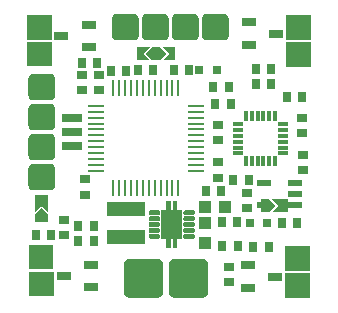
<source format=gts>
G04 DipTrace Beta 2.3.5.2*
%INLulfroMiniBrush-v2.GTS*%
%MOIN*%
%ADD22R,0.0354X0.0276*%
%ADD23R,0.0276X0.0354*%
%ADD26R,0.0394X0.0433*%
%ADD27R,0.0433X0.0394*%
%ADD28R,0.0315X0.0315*%
%ADD31R,0.0472X0.0217*%
%ADD37R,0.058X0.011*%
%ADD38R,0.011X0.058*%
%ADD48O,0.0158X0.0375*%
%ADD50O,0.0375X0.0158*%
%ADD52R,0.126X0.0512*%
%ADD56R,0.0453X0.0296*%
%FSLAX44Y44*%
G04*
G70*
G90*
G75*
G01*
%LNTopMask*%
%LPD*%
G36*
X3954Y8240D2*
X4158Y8445D1*
X3742D1*
Y8035D1*
X4158D1*
X3954Y8240D1*
G37*
G36*
X4807D2*
X4603Y8035D1*
X5019D1*
Y8445D1*
X4603D1*
X4807Y8240D1*
G37*
G36*
X4517Y8035D2*
X4244D1*
X4040Y8240D1*
X4244Y8445D1*
X4517D1*
X4721Y8240D1*
X4517Y8035D1*
G37*
G36*
X841Y3678D2*
X289D1*
X272D1*
X255Y3681D1*
X237Y3686D1*
X221Y3692D1*
X205Y3700D1*
X190Y3710D1*
X176Y3721D1*
X164Y3734D1*
X152Y3748D1*
X143Y3762D1*
X135Y3778D1*
X128Y3795D1*
X124Y3812D1*
X121Y3830D1*
X120Y3847D1*
Y4398D1*
X121Y4415D1*
X124Y4433D1*
X128Y4450D1*
X135Y4467D1*
X143Y4483D1*
X152Y4497D1*
X164Y4511D1*
X176Y4524D1*
X190Y4535D1*
X205Y4545D1*
X221Y4553D1*
X237Y4559D1*
X255Y4564D1*
X272Y4567D1*
X289Y4568D1*
X841D1*
X858Y4567D1*
X875Y4564D1*
X893Y4559D1*
X909Y4553D1*
X925Y4545D1*
X940Y4535D1*
X954Y4524D1*
X966Y4511D1*
X978Y4497D1*
X987Y4483D1*
X995Y4467D1*
X1002Y4450D1*
X1006Y4433D1*
X1009Y4415D1*
X1010Y4398D1*
Y3847D1*
X1009Y3830D1*
X1006Y3812D1*
X1002Y3795D1*
X995Y3778D1*
X987Y3762D1*
X978Y3748D1*
X966Y3734D1*
X954Y3721D1*
X940Y3710D1*
X925Y3700D1*
X909Y3692D1*
X893Y3686D1*
X875Y3681D1*
X858Y3678D1*
X841D1*
G37*
G36*
X1010Y5398D2*
Y4847D1*
X1009Y4830D1*
X1006Y4812D1*
X1002Y4795D1*
X995Y4778D1*
X987Y4762D1*
X978Y4748D1*
X966Y4734D1*
X954Y4721D1*
X940Y4710D1*
X925Y4700D1*
X909Y4692D1*
X893Y4686D1*
X875Y4681D1*
X858Y4678D1*
X841D1*
X289D1*
X272D1*
X255Y4681D1*
X237Y4686D1*
X221Y4692D1*
X205Y4700D1*
X190Y4710D1*
X176Y4721D1*
X164Y4734D1*
X152Y4748D1*
X143Y4762D1*
X135Y4778D1*
X128Y4795D1*
X124Y4812D1*
X121Y4830D1*
X120Y4847D1*
Y5398D1*
X121Y5415D1*
X124Y5433D1*
X128Y5450D1*
X135Y5467D1*
X143Y5483D1*
X152Y5497D1*
X164Y5511D1*
X176Y5524D1*
X190Y5535D1*
X205Y5545D1*
X221Y5553D1*
X237Y5559D1*
X255Y5564D1*
X272Y5567D1*
X289Y5568D1*
X841D1*
X858Y5567D1*
X875Y5564D1*
X893Y5559D1*
X909Y5553D1*
X925Y5545D1*
X940Y5535D1*
X954Y5524D1*
X966Y5511D1*
X978Y5497D1*
X987Y5483D1*
X995Y5467D1*
X1002Y5450D1*
X1006Y5433D1*
X1009Y5415D1*
X1010Y5398D1*
G37*
G36*
X289Y5678D2*
X841D1*
X858D1*
X875Y5681D1*
X893Y5686D1*
X909Y5692D1*
X925Y5700D1*
X940Y5710D1*
X954Y5721D1*
X966Y5734D1*
X978Y5748D1*
X987Y5762D1*
X995Y5778D1*
X1002Y5795D1*
X1006Y5812D1*
X1009Y5830D1*
X1010Y5847D1*
Y6398D1*
X1009Y6415D1*
X1006Y6433D1*
X1002Y6450D1*
X995Y6467D1*
X987Y6483D1*
X978Y6497D1*
X966Y6511D1*
X954Y6524D1*
X940Y6535D1*
X925Y6545D1*
X909Y6553D1*
X893Y6559D1*
X875Y6564D1*
X858Y6567D1*
X841Y6568D1*
X289D1*
X272Y6567D1*
X255Y6564D1*
X237Y6559D1*
X221Y6553D1*
X205Y6545D1*
X190Y6535D1*
X176Y6524D1*
X164Y6511D1*
X152Y6497D1*
X143Y6483D1*
X135Y6467D1*
X128Y6450D1*
X124Y6433D1*
X121Y6415D1*
X120Y6398D1*
Y5847D1*
X121Y5830D1*
X124Y5812D1*
X128Y5795D1*
X135Y5778D1*
X143Y5762D1*
X152Y5748D1*
X164Y5734D1*
X176Y5721D1*
X190Y5710D1*
X205Y5700D1*
X221Y5692D1*
X237Y5686D1*
X255Y5681D1*
X272Y5678D1*
X289D1*
G37*
G36*
X1010Y6847D2*
Y7398D1*
X1009Y7415D1*
X1006Y7433D1*
X1002Y7450D1*
X995Y7467D1*
X987Y7483D1*
X978Y7497D1*
X966Y7511D1*
X954Y7524D1*
X940Y7535D1*
X925Y7545D1*
X909Y7553D1*
X893Y7559D1*
X875Y7564D1*
X858Y7567D1*
X841Y7568D1*
X289D1*
X272Y7567D1*
X255Y7564D1*
X237Y7559D1*
X221Y7553D1*
X205Y7545D1*
X190Y7535D1*
X176Y7524D1*
X164Y7511D1*
X152Y7497D1*
X143Y7483D1*
X135Y7467D1*
X128Y7450D1*
X124Y7433D1*
X121Y7415D1*
X120Y7398D1*
Y6847D1*
X121Y6830D1*
X124Y6812D1*
X128Y6795D1*
X135Y6778D1*
X143Y6762D1*
X152Y6748D1*
X164Y6734D1*
X176Y6721D1*
X190Y6710D1*
X205Y6700D1*
X221Y6692D1*
X237Y6686D1*
X255Y6681D1*
X272Y6678D1*
X289D1*
X841D1*
X858D1*
X875Y6681D1*
X893Y6686D1*
X909Y6692D1*
X925Y6700D1*
X940Y6710D1*
X954Y6721D1*
X966Y6734D1*
X978Y6748D1*
X987Y6762D1*
X995Y6778D1*
X1002Y6795D1*
X1006Y6812D1*
X1009Y6830D1*
X1010Y6847D1*
G37*
G36*
X2905Y8844D2*
Y9396D1*
X2906Y9413D1*
X2909Y9430D1*
X2913Y9448D1*
X2920Y9464D1*
X2928Y9480D1*
X2937Y9495D1*
X2949Y9509D1*
X2961Y9521D1*
X2975Y9533D1*
X2990Y9542D1*
X3006Y9550D1*
X3022Y9557D1*
X3040Y9561D1*
X3057Y9564D1*
X3074Y9565D1*
X3626D1*
X3643Y9564D1*
X3660Y9561D1*
X3678Y9557D1*
X3694Y9550D1*
X3710Y9542D1*
X3725Y9533D1*
X3739Y9521D1*
X3751Y9509D1*
X3763Y9495D1*
X3772Y9480D1*
X3780Y9464D1*
X3787Y9448D1*
X3791Y9430D1*
X3794Y9413D1*
X3795Y9396D1*
Y8844D1*
X3794Y8827D1*
X3791Y8810D1*
X3787Y8792D1*
X3780Y8776D1*
X3772Y8760D1*
X3763Y8745D1*
X3751Y8731D1*
X3739Y8719D1*
X3725Y8707D1*
X3710Y8698D1*
X3694Y8690D1*
X3678Y8683D1*
X3660Y8679D1*
X3643Y8676D1*
X3626Y8675D1*
X3074D1*
X3057Y8676D1*
X3040Y8679D1*
X3022Y8683D1*
X3006Y8690D1*
X2990Y8698D1*
X2975Y8707D1*
X2961Y8719D1*
X2949Y8731D1*
X2937Y8745D1*
X2928Y8760D1*
X2920Y8776D1*
X2913Y8792D1*
X2909Y8810D1*
X2906Y8827D1*
X2905Y8844D1*
G37*
G36*
X4626Y8675D2*
X4074D1*
X4057Y8676D1*
X4040Y8679D1*
X4022Y8683D1*
X4006Y8690D1*
X3990Y8698D1*
X3975Y8707D1*
X3961Y8719D1*
X3949Y8731D1*
X3937Y8745D1*
X3928Y8760D1*
X3920Y8776D1*
X3913Y8792D1*
X3909Y8810D1*
X3906Y8827D1*
X3905Y8844D1*
Y9396D1*
X3906Y9413D1*
X3909Y9430D1*
X3913Y9448D1*
X3920Y9464D1*
X3928Y9480D1*
X3937Y9495D1*
X3949Y9509D1*
X3961Y9521D1*
X3975Y9533D1*
X3990Y9542D1*
X4006Y9550D1*
X4022Y9557D1*
X4040Y9561D1*
X4057Y9564D1*
X4074Y9565D1*
X4626D1*
X4643Y9564D1*
X4660Y9561D1*
X4678Y9557D1*
X4694Y9550D1*
X4710Y9542D1*
X4725Y9533D1*
X4739Y9521D1*
X4751Y9509D1*
X4763Y9495D1*
X4772Y9480D1*
X4780Y9464D1*
X4787Y9448D1*
X4791Y9430D1*
X4794Y9413D1*
X4795Y9396D1*
Y8844D1*
X4794Y8827D1*
X4791Y8810D1*
X4787Y8792D1*
X4780Y8776D1*
X4772Y8760D1*
X4763Y8745D1*
X4751Y8731D1*
X4739Y8719D1*
X4725Y8707D1*
X4710Y8698D1*
X4694Y8690D1*
X4678Y8683D1*
X4660Y8679D1*
X4643Y8676D1*
X4626Y8675D1*
G37*
G36*
X4905Y9396D2*
Y8844D1*
X4906Y8827D1*
X4909Y8810D1*
X4913Y8792D1*
X4920Y8776D1*
X4928Y8760D1*
X4937Y8745D1*
X4949Y8731D1*
X4961Y8719D1*
X4975Y8707D1*
X4990Y8698D1*
X5006Y8690D1*
X5022Y8683D1*
X5040Y8679D1*
X5057Y8676D1*
X5074Y8675D1*
X5626D1*
X5643Y8676D1*
X5660Y8679D1*
X5678Y8683D1*
X5694Y8690D1*
X5710Y8698D1*
X5725Y8707D1*
X5739Y8719D1*
X5751Y8731D1*
X5763Y8745D1*
X5772Y8760D1*
X5780Y8776D1*
X5787Y8792D1*
X5791Y8810D1*
X5794Y8827D1*
X5795Y8844D1*
Y9396D1*
X5794Y9413D1*
X5791Y9430D1*
X5787Y9448D1*
X5780Y9464D1*
X5772Y9480D1*
X5763Y9495D1*
X5751Y9509D1*
X5739Y9521D1*
X5725Y9533D1*
X5710Y9542D1*
X5694Y9550D1*
X5678Y9557D1*
X5660Y9561D1*
X5643Y9564D1*
X5626Y9565D1*
X5074D1*
X5057Y9564D1*
X5040Y9561D1*
X5022Y9557D1*
X5006Y9550D1*
X4990Y9542D1*
X4975Y9533D1*
X4961Y9521D1*
X4949Y9509D1*
X4937Y9495D1*
X4928Y9480D1*
X4920Y9464D1*
X4913Y9448D1*
X4909Y9430D1*
X4906Y9413D1*
X4905Y9396D1*
G37*
G36*
X6074Y8675D2*
X6626D1*
X6643Y8676D1*
X6660Y8679D1*
X6678Y8683D1*
X6694Y8690D1*
X6710Y8698D1*
X6725Y8707D1*
X6739Y8719D1*
X6751Y8731D1*
X6763Y8745D1*
X6772Y8760D1*
X6780Y8776D1*
X6787Y8792D1*
X6791Y8810D1*
X6794Y8827D1*
X6795Y8844D1*
Y9396D1*
X6794Y9413D1*
X6791Y9430D1*
X6787Y9448D1*
X6780Y9464D1*
X6772Y9480D1*
X6763Y9495D1*
X6751Y9509D1*
X6739Y9521D1*
X6725Y9533D1*
X6710Y9542D1*
X6694Y9550D1*
X6678Y9557D1*
X6660Y9561D1*
X6643Y9564D1*
X6626Y9565D1*
X6074D1*
X6057Y9564D1*
X6040Y9561D1*
X6022Y9557D1*
X6006Y9550D1*
X5990Y9542D1*
X5975Y9533D1*
X5961Y9521D1*
X5949Y9509D1*
X5937Y9495D1*
X5928Y9480D1*
X5920Y9464D1*
X5913Y9448D1*
X5909Y9430D1*
X5906Y9413D1*
X5905Y9396D1*
Y8844D1*
X5906Y8827D1*
X5909Y8810D1*
X5913Y8792D1*
X5920Y8776D1*
X5928Y8760D1*
X5937Y8745D1*
X5949Y8731D1*
X5961Y8719D1*
X5975Y8707D1*
X5990Y8698D1*
X6006Y8690D1*
X6022Y8683D1*
X6040Y8679D1*
X6057Y8676D1*
X6074Y8675D1*
G37*
G36*
X4815Y274D2*
Y1226D1*
X4816Y1243D1*
X4819Y1260D1*
X4823Y1278D1*
X4830Y1294D1*
X4838Y1310D1*
X4847Y1325D1*
X4859Y1339D1*
X4871Y1351D1*
X4885Y1363D1*
X4900Y1372D1*
X4916Y1380D1*
X4932Y1387D1*
X4950Y1391D1*
X4967Y1394D1*
X4984Y1395D1*
X5936D1*
X5953Y1394D1*
X5970Y1391D1*
X5988Y1387D1*
X6004Y1380D1*
X6020Y1372D1*
X6035Y1363D1*
X6049Y1351D1*
X6061Y1339D1*
X6073Y1325D1*
X6082Y1310D1*
X6090Y1294D1*
X6097Y1278D1*
X6101Y1260D1*
X6104Y1243D1*
X6105Y1226D1*
Y274D1*
X6104Y257D1*
X6101Y240D1*
X6097Y222D1*
X6090Y206D1*
X6082Y190D1*
X6073Y175D1*
X6061Y161D1*
X6049Y149D1*
X6035Y137D1*
X6020Y128D1*
X6004Y120D1*
X5988Y113D1*
X5970Y109D1*
X5953Y106D1*
X5936Y105D1*
X4984D1*
X4967Y106D1*
X4950Y109D1*
X4932Y113D1*
X4916Y120D1*
X4900Y128D1*
X4885Y137D1*
X4871Y149D1*
X4859Y161D1*
X4847Y175D1*
X4838Y190D1*
X4830Y206D1*
X4823Y222D1*
X4819Y240D1*
X4816Y257D1*
X4815Y274D1*
G37*
G36*
X4605D2*
Y1226D1*
X4604Y1243D1*
X4601Y1260D1*
X4597Y1278D1*
X4590Y1294D1*
X4582Y1310D1*
X4573Y1325D1*
X4561Y1339D1*
X4549Y1351D1*
X4535Y1363D1*
X4520Y1372D1*
X4504Y1380D1*
X4488Y1387D1*
X4470Y1391D1*
X4453Y1394D1*
X4436Y1395D1*
X3484D1*
X3467Y1394D1*
X3450Y1391D1*
X3432Y1387D1*
X3416Y1380D1*
X3400Y1372D1*
X3385Y1363D1*
X3371Y1351D1*
X3359Y1339D1*
X3347Y1325D1*
X3338Y1310D1*
X3330Y1294D1*
X3323Y1278D1*
X3319Y1260D1*
X3316Y1243D1*
X3315Y1226D1*
Y274D1*
X3316Y257D1*
X3319Y240D1*
X3323Y222D1*
X3330Y206D1*
X3338Y190D1*
X3347Y175D1*
X3359Y161D1*
X3371Y149D1*
X3385Y137D1*
X3400Y128D1*
X3416Y120D1*
X3432Y113D1*
X3450Y109D1*
X3467Y106D1*
X3484Y105D1*
X4436D1*
X4453Y106D1*
X4470Y109D1*
X4488Y113D1*
X4504Y120D1*
X4520Y128D1*
X4535Y137D1*
X4549Y149D1*
X4561Y161D1*
X4573Y175D1*
X4582Y190D1*
X4590Y206D1*
X4597Y222D1*
X4601Y240D1*
X4604Y257D1*
X4605Y274D1*
G37*
G36*
X555Y3171D2*
X760Y2967D1*
Y3513D1*
X350D1*
Y2967D1*
X555Y3171D1*
G37*
G36*
X350Y2608D2*
Y2881D1*
X555Y3085D1*
X760Y2881D1*
Y2608D1*
X350D1*
G37*
D22*
X1910Y7020D3*
Y7532D3*
X2005Y4050D3*
Y3538D3*
D23*
X9070Y2600D3*
X8558D3*
X6570Y2610D3*
X7082D3*
D22*
X9290Y4870D3*
Y4358D3*
D23*
X6950Y4040D3*
X7462D3*
X8744Y6776D3*
X9256D3*
D22*
X9240Y6100D3*
Y5588D3*
X7420Y3090D3*
Y3602D3*
D26*
X6002Y1935D3*
Y2604D3*
D27*
Y3122D3*
X6672D3*
D23*
X6350Y6550D3*
X6862D3*
D22*
X2460Y7010D3*
Y7522D3*
D23*
X6030Y3650D3*
X6542D3*
D28*
X8090Y2600D3*
X7499D3*
X5810Y7680D3*
X6401D3*
D56*
X7475Y9275D3*
Y8527D3*
X8381Y8901D3*
X2125Y8450D3*
Y9198D3*
X1219Y8824D3*
X7425Y1175D3*
Y427D3*
X8331Y801D3*
X2200Y450D3*
Y1198D3*
X1294Y824D3*
D31*
X9003Y3185D3*
Y3559D3*
Y3933D3*
X7979D3*
Y3185D3*
D52*
X3378Y2122D3*
X3377Y3070D3*
G36*
X8706Y8627D2*
X9534D1*
Y7799D1*
X8706D1*
Y8627D1*
G37*
G36*
X9530Y8696D2*
X8702D1*
Y9524D1*
X9530D1*
Y8696D1*
G37*
G36*
X76Y8637D2*
X904D1*
Y7809D1*
X76D1*
Y8637D1*
G37*
G36*
X900Y8706D2*
X72D1*
Y9534D1*
X900D1*
Y8706D1*
G37*
G36*
X9504Y993D2*
X8676D1*
Y1821D1*
X9504D1*
Y993D1*
G37*
G36*
X8680Y924D2*
X9508D1*
Y96D1*
X8680D1*
Y924D1*
G37*
G36*
X954Y1043D2*
X126D1*
Y1871D1*
X954D1*
Y1043D1*
G37*
G36*
X130Y974D2*
X958D1*
Y146D1*
X130D1*
Y974D1*
G37*
D50*
X8605Y4910D3*
Y5107D3*
Y5304D3*
Y5501D3*
Y5697D3*
Y5894D3*
D48*
X8349Y6150D3*
X8152D3*
X7955D3*
X7759D3*
X7562D3*
X7365D3*
D50*
X7109Y5894D3*
Y5697D3*
Y5501D3*
Y5304D3*
Y5107D3*
Y4910D3*
D48*
X7365Y4654D3*
X7562D3*
X7759D3*
X7955D3*
X8152D3*
X8349D3*
D23*
X7700Y7730D3*
X8212D3*
X4960Y7680D3*
X5472D3*
D22*
X6440Y4100D3*
Y4612D3*
Y5350D3*
Y5862D3*
D23*
X3770Y7680D3*
X4282D3*
X6800Y7125D3*
X6288D3*
X7620Y1800D3*
X8132D3*
D22*
X1320Y2190D3*
Y2702D3*
D23*
X877Y2185D3*
X366D3*
X2420Y7940D3*
X1908D3*
D22*
X6800Y625D3*
Y1137D3*
D23*
X2299Y1997D3*
X1787D3*
X7694Y7234D3*
X8206D3*
X3380Y7670D3*
X2868D3*
X7100Y1810D3*
X6588D3*
X2299Y2498D3*
X1787D3*
G36*
X8441Y3170D2*
X8237Y2965D1*
X8783D1*
Y3375D1*
X8237D1*
X8441Y3170D1*
G37*
G36*
X7878Y3375D2*
X8151D1*
X8355Y3170D1*
X8151Y2965D1*
X7878D1*
Y3375D1*
G37*
G36*
X4502Y2963D2*
Y2971D1*
X4500Y2979D1*
X4496Y2986D1*
X4491Y2993D1*
X4485Y2999D1*
X4479Y3004D1*
X4471Y3007D1*
X4463Y3009D1*
X4456Y3010D1*
X4174D1*
X4167Y3009D1*
X4159Y3007D1*
X4151Y3004D1*
X4145Y2999D1*
X4139Y2993D1*
X4134Y2986D1*
X4130Y2979D1*
X4128Y2971D1*
Y2963D1*
Y2907D1*
Y2899D1*
X4130Y2891D1*
X4134Y2884D1*
X4139Y2877D1*
X4145Y2871D1*
X4151Y2866D1*
X4159Y2863D1*
X4167Y2861D1*
X4174Y2860D1*
X4456D1*
X4463Y2861D1*
X4471Y2863D1*
X4479Y2866D1*
X4485Y2871D1*
X4491Y2877D1*
X4496Y2884D1*
X4500Y2891D1*
X4502Y2899D1*
Y2907D1*
Y2963D1*
G37*
G36*
Y2767D2*
Y2774D1*
X4500Y2782D1*
X4496Y2790D1*
X4491Y2796D1*
X4485Y2802D1*
X4479Y2807D1*
X4471Y2810D1*
X4463Y2813D1*
X4456D1*
X4174D1*
X4167D1*
X4159Y2810D1*
X4151Y2807D1*
X4145Y2802D1*
X4139Y2796D1*
X4134Y2790D1*
X4130Y2782D1*
X4128Y2774D1*
Y2767D1*
Y2710D1*
Y2702D1*
X4130Y2694D1*
X4134Y2687D1*
X4139Y2680D1*
X4145Y2674D1*
X4151Y2669D1*
X4159Y2666D1*
X4167Y2664D1*
X4174Y2663D1*
X4456D1*
X4463Y2664D1*
X4471Y2666D1*
X4479Y2669D1*
X4485Y2674D1*
X4491Y2680D1*
X4496Y2687D1*
X4500Y2694D1*
X4502Y2702D1*
Y2710D1*
Y2767D1*
G37*
G36*
Y2570D2*
Y2577D1*
X4500Y2585D1*
X4496Y2593D1*
X4491Y2599D1*
X4485Y2605D1*
X4479Y2610D1*
X4471Y2614D1*
X4463Y2616D1*
X4456D1*
X4174D1*
X4167D1*
X4159Y2614D1*
X4151Y2610D1*
X4145Y2605D1*
X4139Y2599D1*
X4134Y2593D1*
X4130Y2585D1*
X4128Y2577D1*
Y2570D1*
Y2513D1*
Y2505D1*
X4130Y2497D1*
X4134Y2490D1*
X4139Y2483D1*
X4145Y2477D1*
X4151Y2472D1*
X4159Y2469D1*
X4167Y2467D1*
X4174Y2466D1*
X4456D1*
X4463Y2467D1*
X4471Y2469D1*
X4479Y2472D1*
X4485Y2477D1*
X4491Y2483D1*
X4496Y2490D1*
X4500Y2497D1*
X4502Y2505D1*
Y2513D1*
Y2570D1*
G37*
G36*
Y2373D2*
Y2380D1*
X4500Y2388D1*
X4496Y2396D1*
X4491Y2403D1*
X4485Y2409D1*
X4479Y2413D1*
X4471Y2417D1*
X4463Y2419D1*
X4456Y2420D1*
X4174D1*
X4167Y2419D1*
X4159Y2417D1*
X4151Y2413D1*
X4145Y2409D1*
X4139Y2403D1*
X4134Y2396D1*
X4130Y2388D1*
X4128Y2380D1*
Y2373D1*
Y2316D1*
Y2309D1*
X4130Y2301D1*
X4134Y2293D1*
X4139Y2286D1*
X4145Y2280D1*
X4151Y2276D1*
X4159Y2272D1*
X4167Y2270D1*
X4174Y2269D1*
X4456D1*
X4463Y2270D1*
X4471Y2272D1*
X4479Y2276D1*
X4485Y2280D1*
X4491Y2286D1*
X4496Y2293D1*
X4500Y2301D1*
X4502Y2309D1*
Y2316D1*
Y2373D1*
G37*
G36*
Y2176D2*
Y2183D1*
X4500Y2191D1*
X4496Y2199D1*
X4491Y2206D1*
X4485Y2212D1*
X4479Y2216D1*
X4471Y2220D1*
X4463Y2222D1*
X4456Y2223D1*
X4174D1*
X4167Y2222D1*
X4159Y2220D1*
X4151Y2216D1*
X4145Y2212D1*
X4139Y2206D1*
X4134Y2199D1*
X4130Y2191D1*
X4128Y2183D1*
Y2176D1*
Y2119D1*
Y2112D1*
X4130Y2104D1*
X4134Y2096D1*
X4139Y2089D1*
X4145Y2084D1*
X4151Y2079D1*
X4159Y2075D1*
X4167Y2073D1*
X4174Y2072D1*
X4456D1*
X4463Y2073D1*
X4471Y2075D1*
X4479Y2079D1*
X4485Y2084D1*
X4491Y2089D1*
X4496Y2096D1*
X4500Y2104D1*
X4502Y2112D1*
Y2119D1*
Y2176D1*
G37*
G36*
X5289Y2119D2*
X5290Y2112D1*
X5292Y2104D1*
X5295Y2096D1*
X5300Y2089D1*
X5306Y2084D1*
X5313Y2079D1*
X5320Y2075D1*
X5328Y2073D1*
X5336Y2072D1*
X5617D1*
X5624Y2073D1*
X5632Y2075D1*
X5640Y2079D1*
X5647Y2084D1*
X5653Y2089D1*
X5657Y2096D1*
X5661Y2104D1*
X5663Y2112D1*
X5664Y2119D1*
Y2176D1*
X5663Y2183D1*
X5661Y2191D1*
X5657Y2199D1*
X5653Y2206D1*
X5647Y2212D1*
X5640Y2216D1*
X5632Y2220D1*
X5624Y2222D1*
X5617Y2223D1*
X5336D1*
X5328Y2222D1*
X5320Y2220D1*
X5313Y2216D1*
X5306Y2212D1*
X5300Y2206D1*
X5295Y2199D1*
X5292Y2191D1*
X5290Y2183D1*
X5289Y2176D1*
Y2119D1*
G37*
G36*
Y2316D2*
X5290Y2309D1*
X5292Y2301D1*
X5295Y2293D1*
X5300Y2286D1*
X5306Y2280D1*
X5313Y2276D1*
X5320Y2272D1*
X5328Y2270D1*
X5336Y2269D1*
X5617D1*
X5624Y2270D1*
X5632Y2272D1*
X5640Y2276D1*
X5647Y2280D1*
X5653Y2286D1*
X5657Y2293D1*
X5661Y2301D1*
X5663Y2309D1*
X5664Y2316D1*
Y2373D1*
X5663Y2380D1*
X5661Y2388D1*
X5657Y2396D1*
X5653Y2403D1*
X5647Y2409D1*
X5640Y2413D1*
X5632Y2417D1*
X5624Y2419D1*
X5617Y2420D1*
X5336D1*
X5328Y2419D1*
X5320Y2417D1*
X5313Y2413D1*
X5306Y2409D1*
X5300Y2403D1*
X5295Y2396D1*
X5292Y2388D1*
X5290Y2380D1*
X5289Y2373D1*
Y2316D1*
G37*
G36*
Y2513D2*
X5290Y2505D1*
X5292Y2497D1*
X5295Y2490D1*
X5300Y2483D1*
X5306Y2477D1*
X5313Y2472D1*
X5320Y2469D1*
X5328Y2467D1*
X5336Y2466D1*
X5617D1*
X5624Y2467D1*
X5632Y2469D1*
X5640Y2472D1*
X5647Y2477D1*
X5653Y2483D1*
X5657Y2490D1*
X5661Y2497D1*
X5663Y2505D1*
X5664Y2513D1*
Y2570D1*
X5663Y2577D1*
X5661Y2585D1*
X5657Y2593D1*
X5653Y2599D1*
X5647Y2605D1*
X5640Y2610D1*
X5632Y2614D1*
X5624Y2616D1*
X5617D1*
X5336D1*
X5328D1*
X5320Y2614D1*
X5313Y2610D1*
X5306Y2605D1*
X5300Y2599D1*
X5295Y2593D1*
X5292Y2585D1*
X5290Y2577D1*
X5289Y2570D1*
Y2513D1*
G37*
G36*
Y2710D2*
X5290Y2702D1*
X5292Y2694D1*
X5295Y2687D1*
X5300Y2680D1*
X5306Y2674D1*
X5313Y2669D1*
X5320Y2666D1*
X5328Y2664D1*
X5336Y2663D1*
X5617D1*
X5624Y2664D1*
X5632Y2666D1*
X5640Y2669D1*
X5647Y2674D1*
X5653Y2680D1*
X5657Y2687D1*
X5661Y2694D1*
X5663Y2702D1*
X5664Y2710D1*
Y2767D1*
X5663Y2774D1*
X5661Y2782D1*
X5657Y2790D1*
X5653Y2796D1*
X5647Y2802D1*
X5640Y2807D1*
X5632Y2810D1*
X5624Y2813D1*
X5617D1*
X5336D1*
X5328D1*
X5320Y2810D1*
X5313Y2807D1*
X5306Y2802D1*
X5300Y2796D1*
X5295Y2790D1*
X5292Y2782D1*
X5290Y2774D1*
X5289Y2767D1*
Y2710D1*
G37*
G36*
Y2907D2*
X5290Y2899D1*
X5292Y2891D1*
X5295Y2884D1*
X5300Y2877D1*
X5306Y2871D1*
X5313Y2866D1*
X5320Y2863D1*
X5328Y2861D1*
X5336Y2860D1*
X5617D1*
X5624Y2861D1*
X5632Y2863D1*
X5640Y2866D1*
X5647Y2871D1*
X5653Y2877D1*
X5657Y2884D1*
X5661Y2891D1*
X5663Y2899D1*
X5664Y2907D1*
Y2963D1*
X5663Y2971D1*
X5661Y2979D1*
X5657Y2986D1*
X5653Y2993D1*
X5647Y2999D1*
X5640Y3004D1*
X5632Y3007D1*
X5624Y3009D1*
X5617Y3010D1*
X5336D1*
X5328Y3009D1*
X5320Y3007D1*
X5313Y3004D1*
X5306Y2999D1*
X5300Y2993D1*
X5295Y2986D1*
X5292Y2979D1*
X5290Y2971D1*
X5289Y2963D1*
Y2907D1*
G37*
G36*
X5241Y2049D2*
Y3034D1*
X4551D1*
Y2049D1*
X5241D1*
G37*
G36*
X5079Y1773D2*
Y3309D1*
X4929D1*
Y1773D1*
X5079D1*
G37*
G36*
X4863D2*
Y3309D1*
X4712D1*
Y1773D1*
X4863D1*
G37*
D37*
X2378Y6498D3*
Y6301D3*
Y6104D3*
Y5907D3*
Y5710D3*
Y5513D3*
Y5316D3*
Y5120D3*
Y4923D3*
Y4726D3*
Y4529D3*
Y4332D3*
D38*
X2955Y3755D3*
X3152D3*
X3349D3*
X3545D3*
X3742D3*
X3939D3*
X4136D3*
X4333D3*
X4530D3*
X4726D3*
X4923D3*
X5120D3*
D37*
X5698Y4332D3*
Y4529D3*
Y4726D3*
Y4923D3*
Y5120D3*
Y5316D3*
Y5513D3*
Y5710D3*
Y5907D3*
Y6104D3*
Y6301D3*
Y6498D3*
D38*
X5120Y7075D3*
X4923D3*
X4726D3*
X4530D3*
X4333D3*
X4136D3*
X3939D3*
X3742D3*
X3545D3*
X3349D3*
X3152D3*
X2955D3*
G36*
X1910Y5962D2*
Y6238D1*
X1240D1*
Y5962D1*
X1910D1*
G37*
G36*
Y5490D2*
Y5765D1*
X1240D1*
Y5490D1*
X1910D1*
G37*
G36*
Y5017D2*
Y5293D1*
X1240D1*
Y5017D1*
X1910D1*
G37*
M02*

</source>
